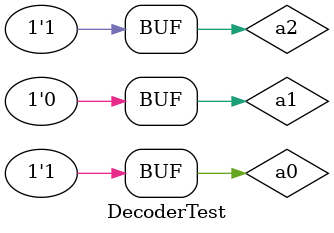
<source format=v>
module andGate(c,a,b);
input a,b;
output c;
wire a,b,c;
and(c,a,b);
endmodule

module and3Gate(d,c,a,b);
input a,b,c;
output d;
wire a,b,c,d;
andGate g1(e,a,b);
andGate g2(d,e,c);
endmodule

module notGate(c,a);
input a;
output c;
wire a,c;
not(c,a);
endmodule

module DecoderTest;
reg a0,a1,a2;
wire n_a0,n_a1,n_a2,d0,d1,d2,d3,d4,d5,d6,d7;

notGate m1(n_a0,a0);
notGate m2(n_a1,a1);
notGate m3(n_a2,a2);

and3Gate g1(d0,n_a2,n_a1,n_a0);
and3Gate g41(d1,n_a2,n_a1,a0);
and3Gate g2(d2,n_a2,a1,n_a0);
and3Gate g31(d3,n_a2,n_a1,a0);
and3Gate g14(d4,a2,n_a1,n_a0);
and3Gate g15(d5,a2,n_a1,a0);
and3Gate g16(d6,a2,a1,n_a0);
and3Gate g17(d7,a2,a1,a0);

initial
	begin
		#5 a0=1'b0;
		#5 a1=1'b0;
		#5 a2=1'b0;
		
		#15 a0=1'b1;
		#15 a1=1'b0;
		#15 a2=1'b0;
		
		#35 a0=1'b1;
		#40 a1=1'b0;
		#45 a2=1'b1;
		
		#55 a0=1'b1;
		#55 a1=1'b0;
		#55 a2=1'b1;
		
		#95 a0=1'b1;
		#105 a1=1'b0;
		#110 a2=1'b1;
	end
initial
		$monitor($time,"input a2=%b a1=%b a0=%b  --output-- Out0=%b - Out1=%b - Out2=%b - Out3=%b - Out4=%b - Out5=%b - Out6=%b - Out7=%b",a2,a1,a0,d0,d1,d2,d3,d4,d5,d6,d7);
endmodule



</source>
